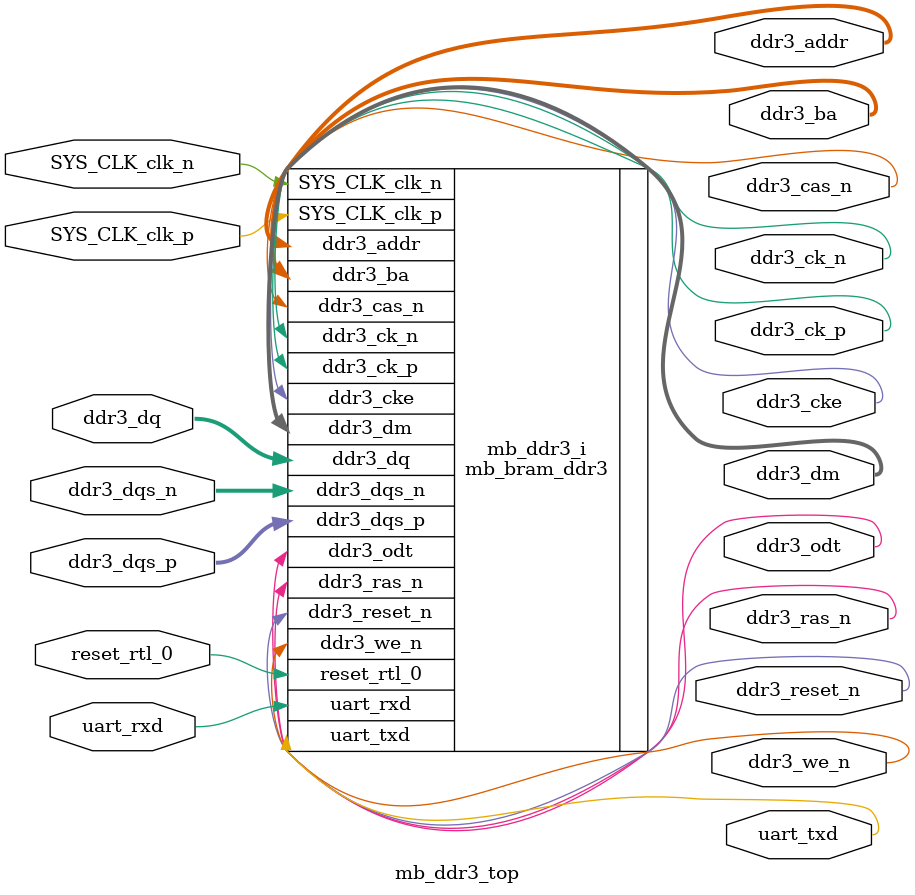
<source format=sv>
`timescale 1ns / 1ps


module mb_ddr3_top
   (input  logic SYS_CLK_clk_n, //differential system clock input
    input  logic SYS_CLK_clk_p, //note that this is different than previous designs
    output logic [12:0] ddr3_addr,
    output logic [2:0] ddr3_ba,
    output logic ddr3_cas_n,
    output logic ddr3_ck_n, //differential DDR3 clock, typically between 300-333MHz
    output logic ddr3_ck_p,
    output logic ddr3_cke,
    output logic [1:0] ddr3_dm,
    inout wire [15:0] ddr3_dq, //bidirectional signals need to be of type wire
    inout wire [1:0] ddr3_dqs_n,
    inout wire [1:0] ddr3_dqs_p,
    output logic ddr3_odt,   
    output logic ddr3_ras_n,
    output logic ddr3_reset_n,
    output logic ddr3_we_n,
    input logic reset_rtl_0,
    input logic uart_rxd,
    output logic uart_txd);


  mb_bram_ddr3 mb_ddr3_i
       (.SYS_CLK_clk_n(SYS_CLK_clk_n),
        .SYS_CLK_clk_p(SYS_CLK_clk_p),
        .ddr3_addr(ddr3_addr),
        .ddr3_ba(ddr3_ba),
        .ddr3_cas_n(ddr3_cas_n),
        .ddr3_ck_n(ddr3_ck_n),
        .ddr3_ck_p(ddr3_ck_p),
        .ddr3_cke(ddr3_cke),
        .ddr3_dm(ddr3_dm),
        .ddr3_dq(ddr3_dq),
        .ddr3_dqs_n(ddr3_dqs_n),
        .ddr3_dqs_p(ddr3_dqs_p),
        .ddr3_odt(ddr3_odt),
        .ddr3_ras_n(ddr3_ras_n),
        .ddr3_reset_n(ddr3_reset_n),
        .ddr3_we_n(ddr3_we_n),
        .reset_rtl_0(reset_rtl_0),
        .uart_rxd(uart_rxd),
        .uart_txd(uart_txd));
endmodule

</source>
